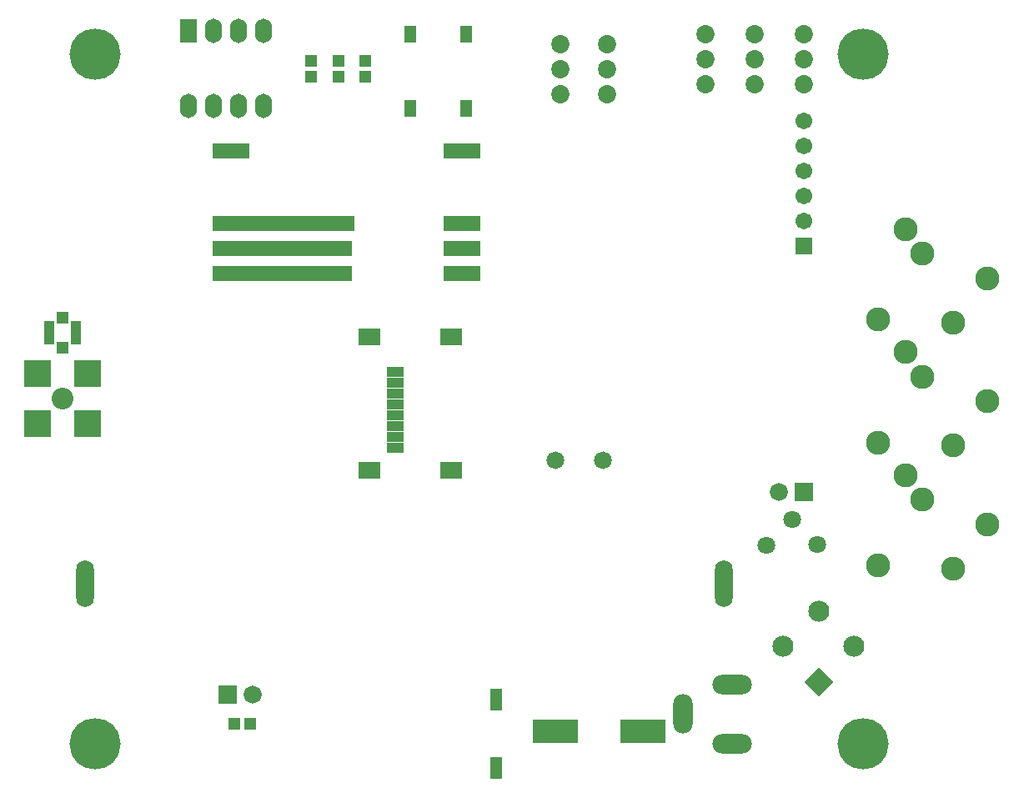
<source format=gbs>
G04 Layer_Color=16711935*
%FSTAX24Y24*%
%MOIN*%
G70*
G01*
G75*
%ADD98R,0.0454X0.0474*%
%ADD100R,0.0474X0.0454*%
%ADD107C,0.0671*%
%ADD134R,0.0720X0.0720*%
%ADD135C,0.0720*%
%ADD136C,0.0867*%
%ADD137R,0.1064X0.1064*%
%ADD138R,0.1064X0.1064*%
%ADD139C,0.0730*%
%ADD140C,0.2049*%
%ADD141O,0.0781X0.1580*%
%ADD142O,0.1580X0.0781*%
%ADD143P,0.1188X4X90.0*%
%ADD144C,0.0840*%
%ADD145C,0.0966*%
G04:AMPARAMS|DCode=146|XSize=71mil|YSize=71mil|CornerRadius=35.5mil|HoleSize=0mil|Usage=FLASHONLY|Rotation=90.000|XOffset=0mil|YOffset=0mil|HoleType=Round|Shape=RoundedRectangle|*
%AMROUNDEDRECTD146*
21,1,0.0710,0.0000,0,0,90.0*
21,1,0.0000,0.0710,0,0,90.0*
1,1,0.0710,0.0000,0.0000*
1,1,0.0710,0.0000,0.0000*
1,1,0.0710,0.0000,0.0000*
1,1,0.0710,0.0000,0.0000*
%
%ADD146ROUNDEDRECTD146*%
%ADD147R,0.0671X0.0671*%
%ADD148O,0.0680X0.0980*%
%ADD149R,0.0680X0.0980*%
%ADD150C,0.0710*%
%ADD151O,0.0710X0.1891*%
%ADD152R,0.5582X0.0640*%
%ADD153R,0.5579X0.0630*%
%ADD154R,0.5655X0.0630*%
%ADD155R,0.0480X0.0867*%
%ADD156R,0.1812X0.0946*%
%ADD157R,0.0474X0.0671*%
%ADD158R,0.1458X0.0631*%
%ADD159R,0.0867X0.0651*%
%ADD160R,0.0671X0.0395*%
%ADD161R,0.0474X0.0493*%
%ADD162R,0.0415X0.0946*%
D98*
X258268Y20248D02*
D03*
X258268Y20185D02*
D03*
X260433Y20248D02*
D03*
X260433Y20185D02*
D03*
X25935Y20248D02*
D03*
X25935Y20185D02*
D03*
D100*
X255827Y175984D02*
D03*
X255197Y175984D02*
D03*
D107*
X277953Y196079D02*
D03*
Y197079D02*
D03*
Y198079D02*
D03*
Y199079D02*
D03*
Y200079D02*
D03*
D134*
X277955Y185239D02*
D03*
X254917Y177163D02*
D03*
D135*
X276955Y185239D02*
D03*
X255917Y177163D02*
D03*
D136*
X248327Y188976D02*
D03*
D137*
X249327Y187976D02*
D03*
X247327Y189976D02*
D03*
D138*
X249327D02*
D03*
X247327Y187976D02*
D03*
D139*
X268209Y203165D02*
D03*
Y201165D02*
D03*
Y202165D02*
D03*
X270079Y203165D02*
D03*
Y201165D02*
D03*
Y202165D02*
D03*
X274016Y201559D02*
D03*
Y203559D02*
D03*
Y202559D02*
D03*
X277953Y203559D02*
D03*
Y201559D02*
D03*
Y202559D02*
D03*
X275984Y203559D02*
D03*
X275984Y201559D02*
D03*
Y202559D02*
D03*
D140*
X280315Y202756D02*
D03*
Y175197D02*
D03*
X249606D02*
D03*
Y202756D02*
D03*
D141*
X27313Y176378D02*
D03*
D142*
X275098Y175197D02*
D03*
Y177559D02*
D03*
D143*
X278543Y177657D02*
D03*
D144*
X279958Y179072D02*
D03*
X278543Y180486D02*
D03*
X277129Y179072D02*
D03*
D145*
X285295Y183957D02*
D03*
X283917Y182185D02*
D03*
X280935Y182303D02*
D03*
X282028Y185925D02*
D03*
X282687Y184941D02*
D03*
X285295Y193799D02*
D03*
X283917Y192028D02*
D03*
X280935Y192146D02*
D03*
X282028Y195768D02*
D03*
X282687Y194783D02*
D03*
X285295Y188878D02*
D03*
X283917Y187106D02*
D03*
X280935Y187224D02*
D03*
X282028Y190846D02*
D03*
X282687Y189862D02*
D03*
D146*
X268012Y186516D02*
D03*
X269932D02*
D03*
D147*
X277953Y195079D02*
D03*
D148*
X253346Y200689D02*
D03*
X254346D02*
D03*
X255346D02*
D03*
X256346D02*
D03*
X254346Y203689D02*
D03*
X255346D02*
D03*
X256346D02*
D03*
D149*
X253346D02*
D03*
D150*
X276451Y183134D02*
D03*
X277471Y184154D02*
D03*
X278481Y183144D02*
D03*
D151*
X249213Y181594D02*
D03*
X274764Y181594D02*
D03*
D152*
X257131Y19499D02*
D03*
D153*
X257129Y193985D02*
D03*
D154*
X257167Y195985D02*
D03*
D155*
X26565Y176968D02*
D03*
Y174213D02*
D03*
D156*
X271535Y175689D02*
D03*
X268031D02*
D03*
D157*
X264468Y203563D02*
D03*
Y200571D02*
D03*
X262205Y203563D02*
D03*
Y200571D02*
D03*
D158*
X255059Y198878D02*
D03*
X255059Y195996D02*
D03*
Y194996D02*
D03*
X255059Y193996D02*
D03*
X264272D02*
D03*
Y198878D02*
D03*
Y195996D02*
D03*
Y194996D02*
D03*
D159*
X263858Y18611D02*
D03*
Y191449D02*
D03*
X260591D02*
D03*
Y18611D02*
D03*
D160*
X261614Y190039D02*
D03*
Y189606D02*
D03*
Y189173D02*
D03*
Y18874D02*
D03*
Y188307D02*
D03*
Y187874D02*
D03*
Y187441D02*
D03*
Y187008D02*
D03*
D161*
X248327Y192234D02*
D03*
Y191033D02*
D03*
D162*
X248868Y191634D02*
D03*
X247785D02*
D03*
M02*

</source>
